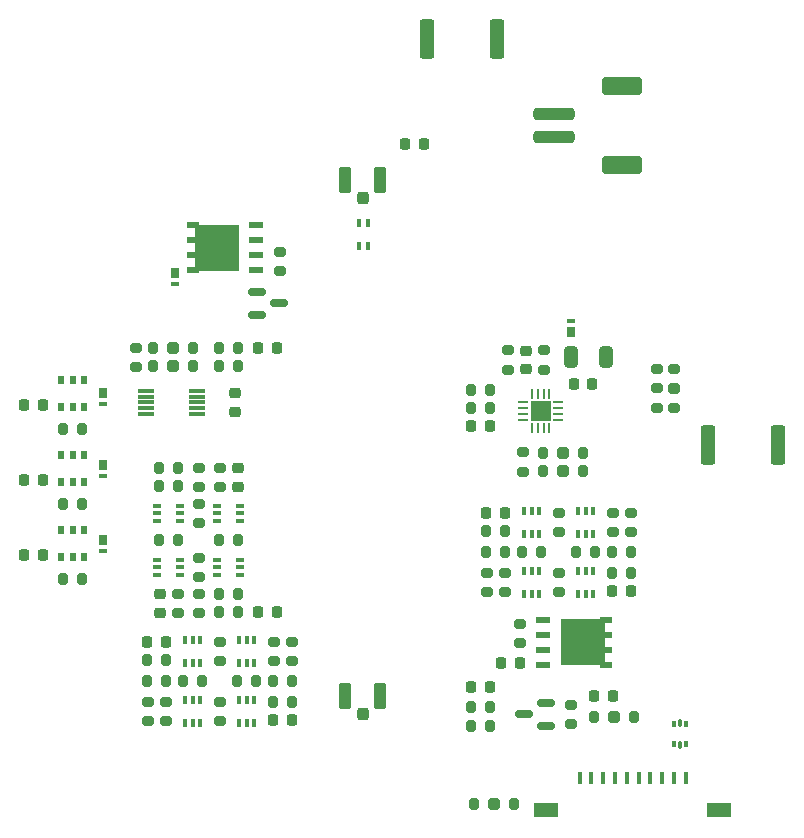
<source format=gbr>
%TF.GenerationSoftware,KiCad,Pcbnew,8.0.5*%
%TF.CreationDate,2025-02-27T20:38:44-05:00*%
%TF.ProjectId,Z-,5a2d2e6b-6963-4616-945f-706362585858,rev?*%
%TF.SameCoordinates,Original*%
%TF.FileFunction,Paste,Bot*%
%TF.FilePolarity,Positive*%
%FSLAX46Y46*%
G04 Gerber Fmt 4.6, Leading zero omitted, Abs format (unit mm)*
G04 Created by KiCad (PCBNEW 8.0.5) date 2025-02-27 20:38:44*
%MOMM*%
%LPD*%
G01*
G04 APERTURE LIST*
G04 Aperture macros list*
%AMRoundRect*
0 Rectangle with rounded corners*
0 $1 Rounding radius*
0 $2 $3 $4 $5 $6 $7 $8 $9 X,Y pos of 4 corners*
0 Add a 4 corners polygon primitive as box body*
4,1,4,$2,$3,$4,$5,$6,$7,$8,$9,$2,$3,0*
0 Add four circle primitives for the rounded corners*
1,1,$1+$1,$2,$3*
1,1,$1+$1,$4,$5*
1,1,$1+$1,$6,$7*
1,1,$1+$1,$8,$9*
0 Add four rect primitives between the rounded corners*
20,1,$1+$1,$2,$3,$4,$5,0*
20,1,$1+$1,$4,$5,$6,$7,0*
20,1,$1+$1,$6,$7,$8,$9,0*
20,1,$1+$1,$8,$9,$2,$3,0*%
G04 Aperture macros list end*
%ADD10R,1.422400X0.304800*%
%ADD11R,0.510000X0.700000*%
%ADD12RoundRect,0.225000X0.225000X0.250000X-0.225000X0.250000X-0.225000X-0.250000X0.225000X-0.250000X0*%
%ADD13RoundRect,0.200000X-0.200000X-0.275000X0.200000X-0.275000X0.200000X0.275000X-0.200000X0.275000X0*%
%ADD14RoundRect,0.075000X0.275000X-0.390000X0.275000X0.390000X-0.275000X0.390000X-0.275000X-0.390000X0*%
%ADD15RoundRect,0.075000X0.275000X-0.075000X0.275000X0.075000X-0.275000X0.075000X-0.275000X-0.075000X0*%
%ADD16RoundRect,0.100000X0.100000X-0.225000X0.100000X0.225000X-0.100000X0.225000X-0.100000X-0.225000X0*%
%ADD17RoundRect,0.200000X-0.275000X0.200000X-0.275000X-0.200000X0.275000X-0.200000X0.275000X0.200000X0*%
%ADD18R,0.254000X0.812800*%
%ADD19R,0.812800X0.254000*%
%ADD20R,1.752600X1.752600*%
%ADD21RoundRect,0.218750X-0.218750X-0.256250X0.218750X-0.256250X0.218750X0.256250X-0.218750X0.256250X0*%
%ADD22RoundRect,0.200000X0.200000X0.275000X-0.200000X0.275000X-0.200000X-0.275000X0.200000X-0.275000X0*%
%ADD23RoundRect,0.250000X0.250000X-0.275000X0.250000X0.275000X-0.250000X0.275000X-0.250000X-0.275000X0*%
%ADD24RoundRect,0.250000X0.275000X-0.850000X0.275000X0.850000X-0.275000X0.850000X-0.275000X-0.850000X0*%
%ADD25RoundRect,0.218750X0.218750X0.256250X-0.218750X0.256250X-0.218750X-0.256250X0.218750X-0.256250X0*%
%ADD26RoundRect,0.100000X0.225000X0.100000X-0.225000X0.100000X-0.225000X-0.100000X0.225000X-0.100000X0*%
%ADD27R,1.270000X0.610000*%
%ADD28R,1.020000X0.610000*%
%ADD29R,3.810000X3.910000*%
%ADD30RoundRect,0.200000X0.275000X-0.200000X0.275000X0.200000X-0.275000X0.200000X-0.275000X-0.200000X0*%
%ADD31RoundRect,0.225000X-0.225000X-0.250000X0.225000X-0.250000X0.225000X0.250000X-0.225000X0.250000X0*%
%ADD32RoundRect,0.093750X0.093750X-0.156250X0.093750X0.156250X-0.093750X0.156250X-0.093750X-0.156250X0*%
%ADD33RoundRect,0.075000X0.075000X-0.250000X0.075000X0.250000X-0.075000X0.250000X-0.075000X-0.250000X0*%
%ADD34RoundRect,0.100000X-0.225000X-0.100000X0.225000X-0.100000X0.225000X0.100000X-0.225000X0.100000X0*%
%ADD35RoundRect,0.075000X-0.275000X0.390000X-0.275000X-0.390000X0.275000X-0.390000X0.275000X0.390000X0*%
%ADD36RoundRect,0.075000X-0.275000X0.075000X-0.275000X-0.075000X0.275000X-0.075000X0.275000X0.075000X0*%
%ADD37RoundRect,0.225000X0.250000X-0.225000X0.250000X0.225000X-0.250000X0.225000X-0.250000X-0.225000X0*%
%ADD38RoundRect,0.250000X-1.500000X0.250000X-1.500000X-0.250000X1.500000X-0.250000X1.500000X0.250000X0*%
%ADD39RoundRect,0.250001X-1.449999X0.499999X-1.449999X-0.499999X1.449999X-0.499999X1.449999X0.499999X0*%
%ADD40RoundRect,0.100000X-0.100000X0.225000X-0.100000X-0.225000X0.100000X-0.225000X0.100000X0.225000X0*%
%ADD41RoundRect,0.225000X-0.250000X0.225000X-0.250000X-0.225000X0.250000X-0.225000X0.250000X0.225000X0*%
%ADD42RoundRect,0.250000X0.362500X1.425000X-0.362500X1.425000X-0.362500X-1.425000X0.362500X-1.425000X0*%
%ADD43RoundRect,0.250000X-0.325000X-0.650000X0.325000X-0.650000X0.325000X0.650000X-0.325000X0.650000X0*%
%ADD44RoundRect,0.150000X-0.587500X-0.150000X0.587500X-0.150000X0.587500X0.150000X-0.587500X0.150000X0*%
%ADD45R,0.400000X1.000000*%
%ADD46R,2.000000X1.300000*%
%ADD47RoundRect,0.250000X-0.362500X-1.425000X0.362500X-1.425000X0.362500X1.425000X-0.362500X1.425000X0*%
%ADD48RoundRect,0.150000X0.587500X0.150000X-0.587500X0.150000X-0.587500X-0.150000X0.587500X-0.150000X0*%
%ADD49R,0.400000X0.750000*%
G04 APERTURE END LIST*
D10*
%TO.C,U2*%
X133997700Y-90154001D03*
X133997700Y-89653999D03*
X133997700Y-89154000D03*
X133997700Y-88654001D03*
X133997700Y-88153999D03*
X138290300Y-88153999D03*
X138290300Y-88654001D03*
X138290300Y-89154000D03*
X138290300Y-89653999D03*
X138290300Y-90154001D03*
%TD*%
D11*
%TO.C,Q17*%
X128712000Y-102239000D03*
X127762000Y-102239000D03*
X126812000Y-102239000D03*
X126812000Y-99919000D03*
X127762000Y-99919000D03*
X128712000Y-99919000D03*
%TD*%
D12*
%TO.C,C11*%
X164351000Y-98552000D03*
X162801000Y-98552000D03*
%TD*%
D13*
%TO.C,R50*%
X170371000Y-101854000D03*
X172021000Y-101854000D03*
%TD*%
D14*
%TO.C,D3*%
X169926000Y-83181000D03*
D15*
X169926000Y-82296000D03*
%TD*%
D16*
%TO.C,Q1*%
X138572000Y-111186000D03*
X137922000Y-111186000D03*
X137272000Y-111186000D03*
X137272000Y-109286000D03*
X137922000Y-109286000D03*
X138572000Y-109286000D03*
%TD*%
D17*
%TO.C,R63*%
X167640000Y-84737000D03*
X167640000Y-86387000D03*
%TD*%
D18*
%TO.C,U4*%
X166635999Y-88406800D03*
X167136000Y-88406800D03*
X167636000Y-88406800D03*
X168136001Y-88406800D03*
D19*
X168859200Y-89129999D03*
X168859200Y-89630000D03*
X168859200Y-90130000D03*
X168859200Y-90630001D03*
D18*
X168136001Y-91353200D03*
X167636000Y-91353200D03*
X167136000Y-91353200D03*
X166635999Y-91353200D03*
D19*
X165912800Y-90630001D03*
X165912800Y-90130000D03*
X165912800Y-89630000D03*
X165912800Y-89129999D03*
D20*
X167386000Y-89880000D03*
%TD*%
D21*
%TO.C,F7*%
X155930500Y-67310000D03*
X157505500Y-67310000D03*
%TD*%
D22*
%TO.C,R47*%
X165163000Y-123190000D03*
X163513000Y-123190000D03*
%TD*%
%TO.C,R43*%
X128587000Y-97777000D03*
X126937000Y-97777000D03*
%TD*%
D13*
%TO.C,R14*%
X135065000Y-96266000D03*
X136715000Y-96266000D03*
%TD*%
%TO.C,R13*%
X136335000Y-86106000D03*
X137985000Y-86106000D03*
%TD*%
%TO.C,R62*%
X162751000Y-100076000D03*
X164401000Y-100076000D03*
%TD*%
D23*
%TO.C,J3*%
X152320000Y-115506000D03*
D24*
X150845000Y-113981000D03*
X153795000Y-113981000D03*
%TD*%
D13*
%TO.C,R56*%
X162751000Y-101854000D03*
X164401000Y-101854000D03*
%TD*%
D25*
%TO.C,F4*%
X125247500Y-89408000D03*
X123672500Y-89408000D03*
%TD*%
D13*
%TO.C,R23*%
X141669000Y-112776000D03*
X143319000Y-112776000D03*
%TD*%
D26*
%TO.C,Q5*%
X136840000Y-102474000D03*
X136840000Y-103124000D03*
X136840000Y-103774000D03*
X134940000Y-103774000D03*
X134940000Y-103124000D03*
X134940000Y-102474000D03*
%TD*%
D13*
%TO.C,R70*%
X140145000Y-84582000D03*
X141795000Y-84582000D03*
%TD*%
D22*
%TO.C,R59*%
X167448999Y-101854000D03*
X165798999Y-101854000D03*
%TD*%
D27*
%TO.C,Q21*%
X167582000Y-107569000D03*
D28*
X172932000Y-111379000D03*
X172932000Y-110109000D03*
X172932000Y-108839000D03*
X172932000Y-107569000D03*
D29*
X170942000Y-109474000D03*
D27*
X167582000Y-111379000D03*
X167582000Y-110109000D03*
X167582000Y-108839000D03*
%TD*%
D17*
%TO.C,R31*%
X138430000Y-94679000D03*
X138430000Y-96329000D03*
%TD*%
D30*
%TO.C,R29*%
X136652000Y-106997000D03*
X136652000Y-105347000D03*
%TD*%
D13*
%TO.C,R12*%
X134557000Y-84582000D03*
X136207000Y-84582000D03*
%TD*%
D22*
%TO.C,R60*%
X128587000Y-91427000D03*
X126937000Y-91427000D03*
%TD*%
D25*
%TO.C,F5*%
X125247500Y-102108000D03*
X123672500Y-102108000D03*
%TD*%
D30*
%TO.C,R7*%
X178710599Y-89627001D03*
X178710599Y-87977001D03*
%TD*%
D31*
%TO.C,C9*%
X170185000Y-87594000D03*
X171735000Y-87594000D03*
%TD*%
D12*
%TO.C,C7*%
X163081000Y-91150000D03*
X161531000Y-91150000D03*
%TD*%
D22*
%TO.C,R5*%
X138746999Y-112776000D03*
X137096999Y-112776000D03*
%TD*%
D32*
%TO.C,U5*%
X179734500Y-118071000D03*
D33*
X179197000Y-118146000D03*
D32*
X178659500Y-118071000D03*
X178659500Y-116371000D03*
D33*
X179197000Y-116296000D03*
D32*
X179734500Y-116371000D03*
%TD*%
D34*
%TO.C,Q6*%
X134940000Y-99202000D03*
X134940000Y-98552000D03*
X134940000Y-97902000D03*
X136840000Y-97902000D03*
X136840000Y-98552000D03*
X136840000Y-99202000D03*
%TD*%
D13*
%TO.C,R2*%
X134049000Y-112776000D03*
X135699000Y-112776000D03*
%TD*%
D30*
%TO.C,R19*%
X135636000Y-116141000D03*
X135636000Y-114491000D03*
%TD*%
D35*
%TO.C,D4*%
X130302000Y-94457000D03*
D36*
X130302000Y-95342000D03*
%TD*%
D37*
%TO.C,C8*%
X166116000Y-86337000D03*
X166116000Y-84787000D03*
%TD*%
D21*
%TO.C,F2*%
X143484500Y-106934000D03*
X145059500Y-106934000D03*
%TD*%
D13*
%TO.C,R32*%
X140145000Y-100838000D03*
X141795000Y-100838000D03*
%TD*%
D31*
%TO.C,C2*%
X144767000Y-116078000D03*
X146317000Y-116078000D03*
%TD*%
D22*
%TO.C,R24*%
X146367000Y-114554000D03*
X144717000Y-114554000D03*
%TD*%
D38*
%TO.C,J5*%
X168520000Y-64688000D03*
X168520000Y-66688000D03*
D39*
X174270000Y-62338000D03*
X174270000Y-69038000D03*
%TD*%
D30*
%TO.C,R22*%
X134112000Y-116141000D03*
X134112000Y-114491000D03*
%TD*%
%TO.C,R34*%
X138430000Y-99376999D03*
X138430000Y-97726999D03*
%TD*%
D17*
%TO.C,R38*%
X140208000Y-94679000D03*
X140208000Y-96329000D03*
%TD*%
D30*
%TO.C,R73*%
X145288000Y-78041000D03*
X145288000Y-76391000D03*
%TD*%
D13*
%TO.C,R80*%
X171895000Y-115824000D03*
X173545000Y-115824000D03*
%TD*%
D22*
%TO.C,R33*%
X141795000Y-106934000D03*
X140145000Y-106934000D03*
%TD*%
D40*
%TO.C,Q3*%
X141844000Y-114366000D03*
X142494000Y-114366000D03*
X143144000Y-114366000D03*
X143144000Y-116266000D03*
X142494000Y-116266000D03*
X141844000Y-116266000D03*
%TD*%
D13*
%TO.C,R48*%
X161735000Y-123190000D03*
X163385000Y-123190000D03*
%TD*%
D17*
%TO.C,R4*%
X146304000Y-109411000D03*
X146304000Y-111061000D03*
%TD*%
D25*
%TO.C,F1*%
X165633500Y-111252000D03*
X164058500Y-111252000D03*
%TD*%
D41*
%TO.C,C3*%
X135128000Y-105397000D03*
X135128000Y-106947000D03*
%TD*%
D16*
%TO.C,Q11*%
X167274000Y-100264000D03*
X166624000Y-100264000D03*
X165974000Y-100264000D03*
X165974000Y-98364000D03*
X166624000Y-98364000D03*
X167274000Y-98364000D03*
%TD*%
D30*
%TO.C,R17*%
X138430000Y-106997000D03*
X138430000Y-105347000D03*
%TD*%
D22*
%TO.C,R42*%
X175068999Y-101854000D03*
X173418999Y-101854000D03*
%TD*%
D17*
%TO.C,R69*%
X133096000Y-84519000D03*
X133096000Y-86169000D03*
%TD*%
D13*
%TO.C,R11*%
X136335000Y-84582000D03*
X137985000Y-84582000D03*
%TD*%
D22*
%TO.C,R16*%
X163131000Y-116586000D03*
X161481000Y-116586000D03*
%TD*%
D30*
%TO.C,R46*%
X162813999Y-105219000D03*
X162813999Y-103569000D03*
%TD*%
D42*
%TO.C,R55*%
X163712500Y-58420000D03*
X157787500Y-58420000D03*
%TD*%
D25*
%TO.C,F6*%
X125247500Y-95758000D03*
X123672500Y-95758000D03*
%TD*%
D26*
%TO.C,Q8*%
X141920000Y-102474000D03*
X141920000Y-103124000D03*
X141920000Y-103774000D03*
X140020000Y-103774000D03*
X140020000Y-103124000D03*
X140020000Y-102474000D03*
%TD*%
D22*
%TO.C,R53*%
X128587000Y-104127000D03*
X126937000Y-104127000D03*
%TD*%
D17*
%TO.C,R9*%
X177237399Y-86313801D03*
X177237399Y-87963801D03*
%TD*%
D13*
%TO.C,R64*%
X161481000Y-88102000D03*
X163131000Y-88102000D03*
%TD*%
D43*
%TO.C,C10*%
X169985000Y-85344000D03*
X172935000Y-85344000D03*
%TD*%
D17*
%TO.C,R67*%
X165862000Y-93373000D03*
X165862000Y-95023000D03*
%TD*%
D16*
%TO.C,Q10*%
X167273999Y-105344000D03*
X166623999Y-105344000D03*
X165973999Y-105344000D03*
X165973999Y-103444000D03*
X166623999Y-103444000D03*
X167273999Y-103444000D03*
%TD*%
D22*
%TO.C,R18*%
X136715000Y-100838000D03*
X135065000Y-100838000D03*
%TD*%
D44*
%TO.C,Q13*%
X143334500Y-81722000D03*
X143334500Y-79822000D03*
X145209500Y-80772000D03*
%TD*%
D17*
%TO.C,R8*%
X177237399Y-87964801D03*
X177237399Y-89614801D03*
%TD*%
D35*
%TO.C,D5*%
X130302000Y-100807000D03*
D36*
X130302000Y-101692000D03*
%TD*%
D11*
%TO.C,Q15*%
X128712000Y-95885000D03*
X127762000Y-95885000D03*
X126812000Y-95885000D03*
X126812000Y-93565000D03*
X127762000Y-93565000D03*
X128712000Y-93565000D03*
%TD*%
D45*
%TO.C,J1*%
X179680000Y-120988200D03*
X178680000Y-120988200D03*
X177680000Y-120988200D03*
X176680000Y-120988200D03*
X175680000Y-120988200D03*
X174680000Y-120988200D03*
X173680000Y-120988200D03*
X172680000Y-120988200D03*
X171680000Y-120988200D03*
X170680000Y-120988200D03*
D46*
X182480000Y-123688200D03*
X167880000Y-123688200D03*
%TD*%
D21*
%TO.C,F3*%
X171932500Y-114046000D03*
X173507500Y-114046000D03*
%TD*%
D22*
%TO.C,R20*%
X146367000Y-112776000D03*
X144717000Y-112776000D03*
%TD*%
D13*
%TO.C,R49*%
X169355000Y-93436000D03*
X171005000Y-93436000D03*
%TD*%
D47*
%TO.C,R44*%
X181537500Y-92750000D03*
X187462500Y-92750000D03*
%TD*%
D17*
%TO.C,R54*%
X173482000Y-98489000D03*
X173482000Y-100139000D03*
%TD*%
D35*
%TO.C,D6*%
X130302000Y-88392000D03*
D36*
X130302000Y-89277000D03*
%TD*%
D30*
%TO.C,R6*%
X178710599Y-87963801D03*
X178710599Y-86313801D03*
%TD*%
%TO.C,R57*%
X168910000Y-100139000D03*
X168910000Y-98489000D03*
%TD*%
D17*
%TO.C,R45*%
X168909999Y-103569000D03*
X168909999Y-105219000D03*
%TD*%
D13*
%TO.C,R41*%
X167577000Y-94960000D03*
X169227000Y-94960000D03*
%TD*%
D31*
%TO.C,C6*%
X173468999Y-105156000D03*
X175018999Y-105156000D03*
%TD*%
D35*
%TO.C,D7*%
X136398000Y-78201000D03*
D36*
X136398000Y-79086000D03*
%TD*%
D40*
%TO.C,Q9*%
X170545999Y-103444000D03*
X171195999Y-103444000D03*
X171845999Y-103444000D03*
X171845999Y-105344000D03*
X171195999Y-105344000D03*
X170545999Y-105344000D03*
%TD*%
D34*
%TO.C,Q7*%
X140020000Y-99202000D03*
X140020000Y-98552000D03*
X140020000Y-97902000D03*
X141920000Y-97902000D03*
X141920000Y-98552000D03*
X141920000Y-99202000D03*
%TD*%
D30*
%TO.C,R66*%
X164592000Y-86387000D03*
X164592000Y-84737000D03*
%TD*%
D16*
%TO.C,Q4*%
X138572000Y-116266000D03*
X137922000Y-116266000D03*
X137272000Y-116266000D03*
X137272000Y-114366000D03*
X137922000Y-114366000D03*
X138572000Y-114366000D03*
%TD*%
D37*
%TO.C,C13*%
X141478000Y-89942000D03*
X141478000Y-88392000D03*
%TD*%
D30*
%TO.C,R3*%
X140208000Y-111061000D03*
X140208000Y-109411000D03*
%TD*%
D37*
%TO.C,C4*%
X141732000Y-96279000D03*
X141732000Y-94729000D03*
%TD*%
D17*
%TO.C,R1*%
X144780000Y-109411000D03*
X144780000Y-111061000D03*
%TD*%
D13*
%TO.C,R68*%
X140145000Y-86106000D03*
X141795000Y-86106000D03*
%TD*%
D25*
%TO.C,D8*%
X145059500Y-84582000D03*
X143484500Y-84582000D03*
%TD*%
D17*
%TO.C,R21*%
X140208000Y-114491000D03*
X140208000Y-116141000D03*
%TD*%
D30*
%TO.C,R40*%
X164337999Y-105219000D03*
X164337999Y-103569000D03*
%TD*%
D13*
%TO.C,R37*%
X134557000Y-86106000D03*
X136207000Y-86106000D03*
%TD*%
D21*
%TO.C,D2*%
X161518500Y-113284000D03*
X163093500Y-113284000D03*
%TD*%
D17*
%TO.C,R58*%
X175006000Y-98489000D03*
X175006000Y-100139000D03*
%TD*%
D22*
%TO.C,R81*%
X175323000Y-115824000D03*
X173673000Y-115824000D03*
%TD*%
D23*
%TO.C,J2*%
X152319600Y-71868800D03*
D24*
X150844600Y-70343800D03*
X153794600Y-70343800D03*
%TD*%
D22*
%TO.C,R30*%
X141795000Y-105410000D03*
X140145000Y-105410000D03*
%TD*%
D48*
%TO.C,Q20*%
X167815500Y-114620000D03*
X167815500Y-116520000D03*
X165940500Y-115570000D03*
%TD*%
D30*
%TO.C,R35*%
X169926000Y-116395000D03*
X169926000Y-114745000D03*
%TD*%
D17*
%TO.C,R36*%
X165608000Y-107887000D03*
X165608000Y-109537000D03*
%TD*%
D13*
%TO.C,R15*%
X161481000Y-114935000D03*
X163131000Y-114935000D03*
%TD*%
%TO.C,R27*%
X135065000Y-94742000D03*
X136715000Y-94742000D03*
%TD*%
D22*
%TO.C,R52*%
X175068999Y-103632000D03*
X173418999Y-103632000D03*
%TD*%
D11*
%TO.C,Q19*%
X128712000Y-89539000D03*
X127762000Y-89539000D03*
X126812000Y-89539000D03*
X126812000Y-87219000D03*
X127762000Y-87219000D03*
X128712000Y-87219000D03*
%TD*%
D13*
%TO.C,R51*%
X167577000Y-93436000D03*
X169227000Y-93436000D03*
%TD*%
D40*
%TO.C,Q2*%
X141844000Y-109286000D03*
X142494000Y-109286000D03*
X143144000Y-109286000D03*
X143144000Y-111186000D03*
X142494000Y-111186000D03*
X141844000Y-111186000D03*
%TD*%
D13*
%TO.C,R10*%
X134049000Y-110998000D03*
X135699000Y-110998000D03*
%TD*%
D40*
%TO.C,Q12*%
X170546000Y-98364000D03*
X171196000Y-98364000D03*
X171846000Y-98364000D03*
X171846000Y-100264000D03*
X171196000Y-100264000D03*
X170546000Y-100264000D03*
%TD*%
D27*
%TO.C,Q14*%
X143328500Y-77978000D03*
D28*
X137978500Y-74168000D03*
X137978500Y-75438000D03*
X137978500Y-76708000D03*
X137978500Y-77978000D03*
D29*
X139968500Y-76073000D03*
D27*
X143328500Y-74168000D03*
X143328500Y-75438000D03*
X143328500Y-76708000D03*
%TD*%
D49*
%TO.C,BA1*%
X152000000Y-73955000D03*
X152800000Y-73955000D03*
X152800000Y-75905000D03*
X152000000Y-75905000D03*
%TD*%
D22*
%TO.C,R65*%
X163131000Y-89626000D03*
X161481000Y-89626000D03*
%TD*%
D17*
%TO.C,R28*%
X138430000Y-102299001D03*
X138430000Y-103949001D03*
%TD*%
D12*
%TO.C,C1*%
X135649000Y-109474000D03*
X134099000Y-109474000D03*
%TD*%
D13*
%TO.C,R39*%
X169355000Y-94960000D03*
X171005000Y-94960000D03*
%TD*%
M02*

</source>
